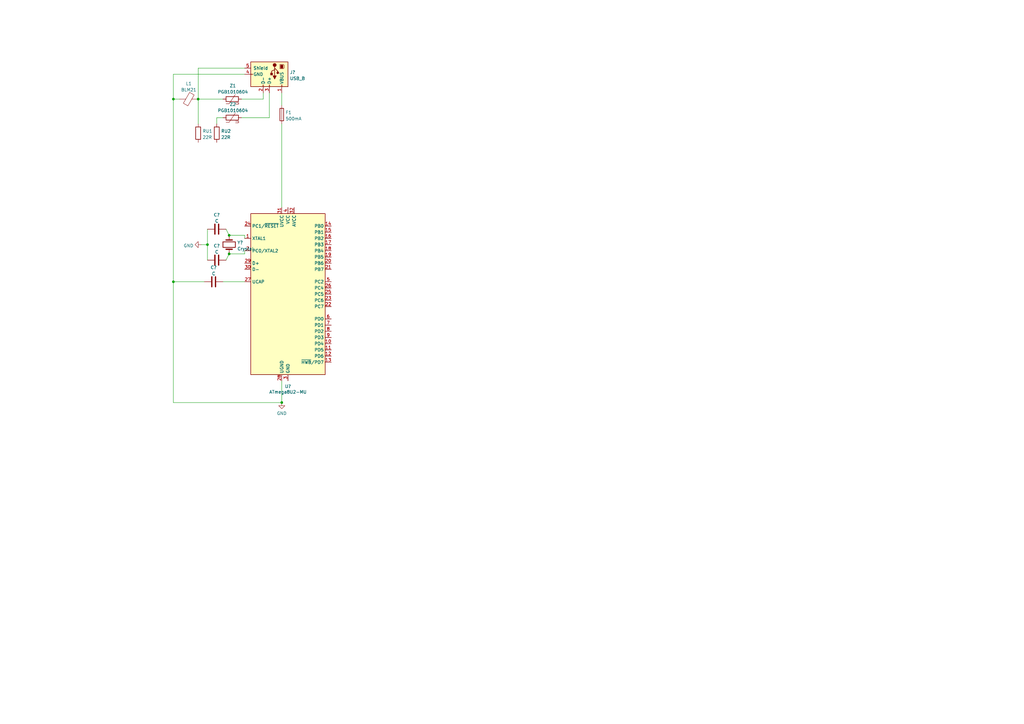
<source format=kicad_sch>
(kicad_sch (version 20211123) (generator eeschema)
  (paper "A3")
  (title_block (title "Mercurio - IoT Wireless Transmitter for TRACTIAN") (date "20/05/2022") (rev "V1.0") (company "Vitor Cruz Souza"))
  (lib_symbols
    (symbol "Connector:USB_B" (pin_names (offset 1.016))
      (property "Reference" "J" (at -5.08 11.43 0))
      (property "Value" "USB_B" (at -5.08 8.89 0))
      (symbol "USB_B_0_1"
        (rectangle (start -5.08 -7.62) (end 5.08 7.62) (stroke (width 0.254)) (fill (type background)))
        (circle (center -3.81 2.159) (radius 0.635) (stroke (width 0.254)) (fill (type outline)))
        (rectangle (start -3.81 5.588) (end -2.54 4.572) (fill (type outline)))
        (circle (center -0.635 3.429) (radius 0.381) (stroke (width 0.254)) (fill (type outline)))
        (rectangle (start -0.127 -7.62) (end 0.127 -6.858))
        (polyline (pts (xy -1.905 2.159) (xy 0.635 2.159)) (stroke (width 0.254)))
        (polyline (pts (xy -3.175 2.159) (xy -2.54 2.159) (xy -1.27 3.429) (xy -0.635 3.429)) (stroke (width 0.254)))
        (polyline (pts (xy -2.54 2.159) (xy -1.905 2.159) (xy -1.27 0.889) (xy 0 0.889)) (stroke (width 0.254)))
        (polyline (pts (xy 0.635 2.794) (xy 0.635 1.524) (xy 1.905 2.159) (xy 0.635 2.794)) (stroke (width 0.254)) (fill (type outline)))
        (polyline (pts (xy -4.064 4.318) (xy -2.286 4.318) (xy -2.286 5.715) (xy -2.667 6.096) (xy -3.683 6.096) (xy -4.064 5.715) (xy -4.064 4.318)))
        (rectangle (start 0.254 1.27) (end -0.508 0.508) (stroke (width 0.254)) (fill (type outline)))
        (rectangle (start 5.08 -2.667) (end 4.318 -2.413))
        (rectangle (start 5.08 -0.127) (end 4.318 0.127))
        (rectangle (start 5.08 4.953) (end 4.318 5.207))
      )
      (symbol "USB_B_1_1"
        (pin power_out line (at 7.62 5.08 180) (length 2.54) (name "VBUS") (number "1"))
        (pin bidirectional line (at 7.62 -2.54 180) (length 2.54) (name "D-") (number "2"))
        (pin bidirectional line (at 7.62 0 180) (length 2.54) (name "D+") (number "3"))
        (pin power_out line (at 0 -10.16 90) (length 2.54) (name "GND") (number "4"))
        (pin passive line (at -2.54 -10.16 90) (length 2.54) (name "Shield") (number "5"))
      )
    )
    (symbol "Device:C" (pin_numbers hide) (pin_names (offset 0.254))
      (property "Reference" "C" (at 0.635 2.54 0))
      (property "Value" "C" (at 0.635 -2.54 0))
      (symbol "C_0_1"
        (polyline (pts (xy -2.032 -0.762) (xy 2.032 -0.762)) (stroke (width 0.508)))
        (polyline (pts (xy -2.032 0.762) (xy 2.032 0.762)) (stroke (width 0.508)))
      )
      (symbol "C_1_1"
        (pin passive line (at 0 3.81 270) (length 2.794) (name "~") (number "1"))
        (pin passive line (at 0 -3.81 90) (length 2.794) (name "~") (number "2"))
      )
    )
    (symbol "Device:Crystal" (pin_numbers hide) (pin_names (offset 1.016) hide)
      (property "Reference" "Y" (at 0 3.81 0))
      (property "Value" "Crystal" (at 0 -3.81 0))
      (symbol "Crystal_0_1"
        (rectangle (start -1.143 2.54) (end 1.143 -2.54) (stroke (width 0.3048)))
        (polyline (pts (xy -2.54 0) (xy -1.905 0)))
        (polyline (pts (xy -1.905 -1.27) (xy -1.905 1.27)) (stroke (width 0.508)))
        (polyline (pts (xy 1.905 -1.27) (xy 1.905 1.27)) (stroke (width 0.508)))
        (polyline (pts (xy 2.54 0) (xy 1.905 0)))
      )
      (symbol "Crystal_1_1"
        (pin passive line (at -3.81 0 0) (length 1.27) (name "1") (number "1"))
        (pin passive line (at 3.81 0 180) (length 1.27) (name "2") (number "2"))
      )
    )
    (symbol "Device:FerriteBead" (pin_numbers hide) (pin_names (offset 0))
      (property "Reference" "FB" (at -3.81 0.635 90))
      (property "Value" "FerriteBead" (at 3.81 0 90))
      (symbol "FerriteBead_0_1"
        (polyline (pts (xy 0 -1.27) (xy 0 -1.2192)))
        (polyline (pts (xy 0 1.27) (xy 0 1.2954)))
        (polyline (pts (xy -2.7686 0.4064) (xy -1.7018 2.2606) (xy 2.7686 -0.3048) (xy 1.6764 -2.159) (xy -2.7686 0.4064)))
      )
      (symbol "FerriteBead_1_1"
        (pin passive line (at 0 3.81 270) (length 2.54) (name "~") (number "1"))
        (pin passive line (at 0 -3.81 90) (length 2.54) (name "~") (number "2"))
      )
    )
    (symbol "Device:Fuse" (pin_numbers hide) (pin_names (offset 0))
      (property "Reference" "F" (at 2.032 0 90))
      (property "Value" "Fuse" (at -1.905 0 90))
      (symbol "Fuse_0_1"
        (rectangle (start -0.762 -2.54) (end 0.762 2.54) (stroke (width 0.254)))
        (polyline (pts (xy 0 2.54) (xy 0 -2.54)))
      )
      (symbol "Fuse_1_1"
        (pin passive line (at 0 3.81 270) (length 1.27) (name "~") (number "1"))
        (pin passive line (at 0 -3.81 90) (length 1.27) (name "~") (number "2"))
      )
    )
    (symbol "Device:R" (pin_numbers hide) (pin_names (offset 0))
      (property "Reference" "R" (at 2.032 0 90))
      (property "Value" "R" (at 0 0 90))
      (symbol "R_0_1"
        (rectangle (start -1.016 -2.54) (end 1.016 2.54) (stroke (width 0.254)))
      )
      (symbol "R_1_1"
        (pin passive line (at 0 3.81 270) (length 1.27) (name "~") (number "1"))
        (pin passive line (at 0 -3.81 90) (length 1.27) (name "~") (number "2"))
      )
    )
    (symbol "Device:Varistor" (pin_numbers hide) (pin_names (offset 0))
      (property "Reference" "RV" (at 3.175 0 90))
      (property "Value" "Varistor" (at -3.175 0 90))
      (symbol "Varistor_0_0"
        (text "U" (at -1.778 -2.032 0) (effects (font (size 1.27 1.27))))
      )
      (symbol "Varistor_0_1"
        (rectangle (start -1.016 -2.54) (end 1.016 2.54) (stroke (width 0.254)))
        (polyline (pts (xy -1.905 2.54) (xy -1.905 1.27) (xy 1.905 -1.27)))
      )
      (symbol "Varistor_1_1"
        (pin passive line (at 0 3.81 270) (length 1.27) (name "~") (number "1"))
        (pin passive line (at 0 -3.81 90) (length 1.27) (name "~") (number "2"))
      )
    )
    (symbol "Mercurio_wirelessTransmitter-rescue:ATmega8U2-MU-MCU_Microchip_ATmega"
      (property "Reference" "U" (at -15.24 34.29 0))
      (property "Value" "ATmega8U2-MU-MCU_Microchip_ATmega" (at 2.54 -34.29 0))
      (symbol "ATmega8U2-MU-MCU_Microchip_ATmega_0_1"
        (rectangle (start -15.24 -33.02) (end 15.24 33.02) (stroke (width 0.254)) (fill (type background)))
      )
      (symbol "ATmega8U2-MU-MCU_Microchip_ATmega_1_1"
        (pin input line (at -17.78 22.86 0) (length 2.54) (name "XTAL1") (number "1"))
        (pin bidirectional line (at 17.78 -20.32 180) (length 2.54) (name "PD4") (number "10"))
        (pin bidirectional line (at 17.78 -22.86 180) (length 2.54) (name "PD5") (number "11"))
        (pin bidirectional line (at 17.78 -25.4 180) (length 2.54) (name "PD6") (number "12"))
        (pin bidirectional line (at 17.78 -27.94 180) (length 2.54) (name "~{HWB}/PD7") (number "13"))
        (pin bidirectional line (at 17.78 27.94 180) (length 2.54) (name "PB0") (number "14"))
        (pin bidirectional line (at 17.78 25.4 180) (length 2.54) (name "PB1") (number "15"))
        (pin bidirectional line (at 17.78 22.86 180) (length 2.54) (name "PB2") (number "16"))
        (pin bidirectional line (at 17.78 20.32 180) (length 2.54) (name "PB3") (number "17"))
        (pin bidirectional line (at 17.78 17.78 180) (length 2.54) (name "PB4") (number "18"))
        (pin bidirectional line (at 17.78 15.24 180) (length 2.54) (name "PB5") (number "19"))
        (pin bidirectional line (at -17.78 17.78 0) (length 2.54) (name "PC0/XTAL2") (number "2"))
        (pin bidirectional line (at 17.78 12.7 180) (length 2.54) (name "PB6") (number "20"))
        (pin bidirectional line (at 17.78 10.16 180) (length 2.54) (name "PB7") (number "21"))
        (pin bidirectional line (at 17.78 -5.08 180) (length 2.54) (name "PC7") (number "22"))
        (pin bidirectional line (at 17.78 -2.54 180) (length 2.54) (name "PC6") (number "23"))
        (pin bidirectional line (at -17.78 27.94 0) (length 2.54) (name "PC1/~{RESET}") (number "24"))
        (pin bidirectional line (at 17.78 0 180) (length 2.54) (name "PC5") (number "25"))
        (pin bidirectional line (at 17.78 2.54 180) (length 2.54) (name "PC4") (number "26"))
        (pin passive line (at -17.78 5.08 0) (length 2.54) (name "UCAP") (number "27"))
        (pin power_in line (at -2.54 -35.56 90) (length 2.54) (name "UGND") (number "28"))
        (pin bidirectional line (at -17.78 12.7 0) (length 2.54) (name "D+") (number "29"))
        (pin power_in line (at 0 -35.56 90) (length 2.54) (name "GND") (number "3"))
        (pin bidirectional line (at -17.78 10.16 0) (length 2.54) (name "D-") (number "30"))
        (pin power_in line (at -2.54 35.56 270) (length 2.54) (name "UVCC") (number "31"))
        (pin power_in line (at 2.54 35.56 270) (length 2.54) (name "AVCC") (number "32"))
        (pin passive line (at 0 -35.56 90) (length 2.54) hide (name "GND") (number "33"))
        (pin power_in line (at 0 35.56 270) (length 2.54) (name "VCC") (number "4"))
        (pin bidirectional line (at 17.78 5.08 180) (length 2.54) (name "PC2") (number "5"))
        (pin bidirectional line (at 17.78 -10.16 180) (length 2.54) (name "PD0") (number "6"))
        (pin bidirectional line (at 17.78 -12.7 180) (length 2.54) (name "PD1") (number "7"))
        (pin bidirectional line (at 17.78 -15.24 180) (length 2.54) (name "PD2") (number "8"))
        (pin bidirectional line (at 17.78 -17.78 180) (length 2.54) (name "PD3") (number "9"))
      )
    )
    (symbol "power:GND" (power) (pin_names (offset 0))
      (property "Value" "GND" (at 0 -3.81 0))
      (symbol "GND_0_1"
        (polyline (pts (xy 0 0) (xy 0 -1.27) (xy 1.27 -1.27) (xy 0 -2.54) (xy -1.27 -1.27) (xy 0 -1.27)))
      )
      (symbol "GND_1_1"
        (pin power_in line (at 0 0 270) (length 0) hide (name "GND") (number "1"))
      )
    )
  )
  (junction (at 93.98 96.52))
  (junction (at 71.12 40.64))
  (junction (at 115.57 165.1))
  (junction (at 71.12 115.57))
  (junction (at 81.28 40.64))
  (junction (at 93.98 104.14))
  (junction (at 85.09 100.33))
  (wire (pts (xy 91.44 40.64) (xy 81.28 40.64)))
  (wire (pts (xy 93.98 96.52) (xy 100.33 96.52)))
  (wire (pts (xy 85.09 93.98) (xy 85.09 100.33)))
  (wire (pts (xy 92.71 106.68) (xy 93.98 104.14)))
  (wire (pts (xy 91.44 115.57) (xy 100.33 115.57)))
  (wire (pts (xy 81.28 40.64) (xy 81.28 50.8)))
  (wire (pts (xy 71.12 165.1) (xy 71.12 115.57)))
  (wire (pts (xy 115.57 165.1) (xy 71.12 165.1)))
  (wire (pts (xy 73.66 40.64) (xy 71.12 40.64)))
  (wire (pts (xy 100.33 104.14) (xy 93.98 104.14)))
  (wire (pts (xy 71.12 115.57) (xy 71.12 40.64)))
  (wire (pts (xy 100.33 27.94) (xy 81.28 27.94)))
  (wire (pts (xy 107.95 38.1) (xy 107.95 40.64)))
  (wire (pts (xy 115.57 165.1) (xy 115.57 156.21)))
  (wire (pts (xy 88.9 48.26) (xy 91.44 48.26)))
  (wire (pts (xy 92.71 93.98) (xy 93.98 96.52)))
  (wire (pts (xy 115.57 50.8) (xy 115.57 85.09)))
  (wire (pts (xy 100.33 102.87) (xy 100.33 104.14)))
  (wire (pts (xy 71.12 115.57) (xy 83.82 115.57)))
  (wire (pts (xy 85.09 100.33) (xy 82.55 100.33)))
  (wire (pts (xy 100.33 97.79) (xy 100.33 96.52)))
  (wire (pts (xy 81.28 27.94) (xy 81.28 40.64)))
  (wire (pts (xy 115.57 43.18) (xy 115.57 38.1)))
  (wire (pts (xy 88.9 50.8) (xy 88.9 48.26)))
  (wire (pts (xy 107.95 40.64) (xy 99.06 40.64)))
  (wire (pts (xy 85.09 100.33) (xy 85.09 106.68)))
  (wire (pts (xy 71.12 30.48) (xy 100.33 30.48)))
  (wire (pts (xy 110.49 48.26) (xy 110.49 38.1)))
  (wire (pts (xy 71.12 40.64) (xy 71.12 30.48)))
  (wire (pts (xy 99.06 48.26) (xy 110.49 48.26)))
  (symbol (lib_id "Mercurio_wirelessTransmitter-rescue:ATmega8U2-MU-MCU_Microchip_ATmega") (at 118.11 120.65 0) (unit 1)
    (property "Reference" "U?" (at 118.11 158.4706 0))
    (property "Value" "ATmega8U2-MU" (at 118.11 160.782 0))
    (property "Footprint" "Package_DFN_QFN:QFN-32-1EP_5x5mm_P0.5mm_EP3.1x3.1mm" (effects hide))
    (property "Datasheet" "http://ww1.microchip.com/downloads/en/DeviceDoc/doc7799.pdf" (effects hide))
  )
  (symbol (lib_id "Device:R") (at 88.9 54.61 180) (unit 1)
    (property "Reference" "RU2" (at 90.678 53.7753 0) (effects (justify right)))
    (property "Value" "22R" (at 90.678 56.3122 0) (effects (justify right)))
  )
  (symbol (lib_id "Device:Fuse") (at 115.57 46.99 0) (unit 1)
    (property "Reference" "F1" (at 117.094 46.1553 0) (effects (justify left)))
    (property "Value" "500mA" (at 117.094 48.6922 0) (effects (justify left)))
  )
  (symbol (lib_id "Device:R") (at 81.28 54.61 0) (unit 1)
    (property "Reference" "RU1" (at 83.058 53.7753 0) (effects (justify left)))
    (property "Value" "22R" (at 83.058 56.3122 0) (effects (justify left)))
  )
  (symbol (lib_id "Device:Crystal") (at 93.98 100.33 270) (unit 1)
    (property "Reference" "Y?" (at 97.3074 99.4953 90) (effects (justify left)))
    (property "Value" "Crystal" (at 97.3074 102.0322 90) (effects (justify left)))
  )
  (symbol (lib_id "Connector:USB_B") (at 110.49 30.48 270) (unit 1)
    (property "Reference" "J?" (at 118.872 29.6453 90) (effects (justify left)))
    (property "Value" "USB_B" (at 118.872 32.1822 90) (effects (justify left)))
    (property "Datasheet" " ~" (effects hide))
  )
  (symbol (lib_id "Device:Varistor") (at 95.25 40.64 90) (unit 1)
    (property "Reference" "Z1" (at 95.5032 35.1622 90))
    (property "Value" "PGB1010604" (at 95.5032 37.6991 90))
  )
  (symbol (lib_id "Device:FerriteBead") (at 77.47 40.64 90) (unit 1)
    (property "Reference" "L1" (at 77.4192 34.2986 90))
    (property "Value" "BLM21" (at 77.4192 36.8355 90))
  )
  (symbol (lib_id "Device:C") (at 88.9 106.68 90) (unit 1)
    (property "Reference" "C?" (at 88.9 100.8212 90))
    (property "Value" "C" (at 88.9 103.3581 90))
  )
  (symbol (lib_id "Device:C") (at 88.9 93.98 90) (unit 1)
    (property "Reference" "C?" (at 88.9 88.1212 90))
    (property "Value" "C" (at 88.9 90.6581 90))
  )
  (symbol (lib_id "power:GND") (at 82.55 100.33 270) (unit 1)
    (property "Reference" "#PWR?" (effects hide))
    (property "Value" "GND" (at 79.3751 100.7638 90) (effects (justify right)))
  )
  (symbol (lib_id "Device:C") (at 87.63 115.57 90) (unit 1)
    (property "Reference" "C?" (at 87.63 109.7112 90))
    (property "Value" "C" (at 87.63 112.2481 90))
  )
  (symbol (lib_id "Device:Varistor") (at 95.25 48.26 90) (unit 1)
    (property "Reference" "Z2" (at 95.5032 42.7822 90))
    (property "Value" "PGB1010604" (at 95.5032 45.3191 90))
  )
  (symbol (lib_id "power:GND") (at 115.57 165.1 0) (unit 1)
    (property "Reference" "#PWR?" (effects hide))
    (property "Value" "GND" (at 115.57 169.5434 0))
  )
)
</source>
